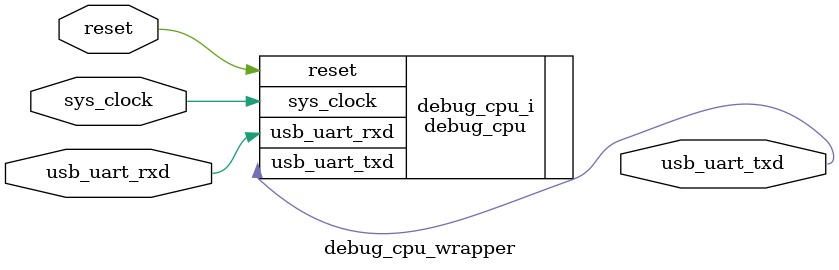
<source format=v>
`timescale 1 ps / 1 ps

module debug_cpu_wrapper
   (reset,
    sys_clock,
    usb_uart_rxd,
    usb_uart_txd);
  input reset;
  input sys_clock;
  input usb_uart_rxd;
  output usb_uart_txd;

  wire reset;
  wire sys_clock;
  wire usb_uart_rxd;
  wire usb_uart_txd;

  debug_cpu debug_cpu_i
       (.reset(reset),
        .sys_clock(sys_clock),
        .usb_uart_rxd(usb_uart_rxd),
        .usb_uart_txd(usb_uart_txd));
endmodule

</source>
